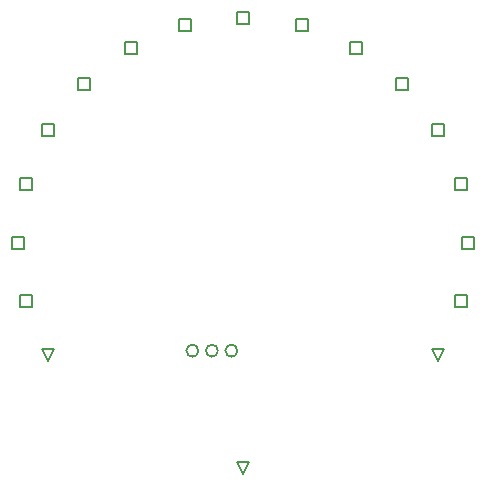
<source format=gbr>
%TF.GenerationSoftware,Altium Limited,Altium Designer,18.1.9 (240)*%
G04 Layer_Color=2752767*
%FSLAX26Y26*%
%MOIN*%
%TF.FileFunction,Drawing*%
%TF.Part,Single*%
G01*
G75*
%TA.AperFunction,NonConductor*%
%ADD35C,0.005000*%
%ADD36C,0.006667*%
D35*
X704000Y174000D02*
Y214000D01*
X744000D01*
Y174000D01*
X704000D01*
X-744000Y-214000D02*
Y-174000D01*
X-704000D01*
Y-214000D01*
X-744000D01*
X730000Y-20000D02*
Y20000D01*
X770000D01*
Y-20000D01*
X730000D01*
X-770000D02*
Y20000D01*
X-730000D01*
Y-20000D01*
X-770000D01*
X704000Y-214000D02*
Y-174000D01*
X744000D01*
Y-214000D01*
X704000D01*
X355000Y629500D02*
Y669500D01*
X395000D01*
Y629500D01*
X355000D01*
X174000Y704000D02*
Y744000D01*
X214000D01*
Y704000D01*
X174000D01*
X-20000Y730000D02*
Y770000D01*
X20000D01*
Y730000D01*
X-20000D01*
X-214000Y704000D02*
Y744000D01*
X-174000D01*
Y704000D01*
X-214000D01*
X-395000Y629500D02*
Y669500D01*
X-355000D01*
Y629500D01*
X-395000D01*
X-550000Y510000D02*
Y550000D01*
X-510000D01*
Y510000D01*
X-550000D01*
X-669500Y355000D02*
Y395000D01*
X-629500D01*
Y355000D01*
X-669500D01*
X-744000Y174000D02*
Y214000D01*
X-704000D01*
Y174000D01*
X-744000D01*
X510000Y510000D02*
Y550000D01*
X550000D01*
Y510000D01*
X510000D01*
X630000Y355000D02*
Y395000D01*
X670000D01*
Y355000D01*
X630000D01*
X0Y-770000D02*
X-20000Y-730000D01*
X20000D01*
X0Y-770000D01*
X650000Y-395000D02*
X630000Y-355000D01*
X670000D01*
X650000Y-395000D01*
X-649500D02*
X-669500Y-355000D01*
X-629500D01*
X-649500Y-395000D01*
D36*
X-150000Y-360000D02*
G03*
X-150000Y-360000I-20000J0D01*
G01*
X-85000D02*
G03*
X-85000Y-360000I-20000J0D01*
G01*
X-20000D02*
G03*
X-20000Y-360000I-20000J0D01*
G01*
%TF.MD5,a9af2d6739069ffb42c5de8050e4ea78*%
M02*

</source>
